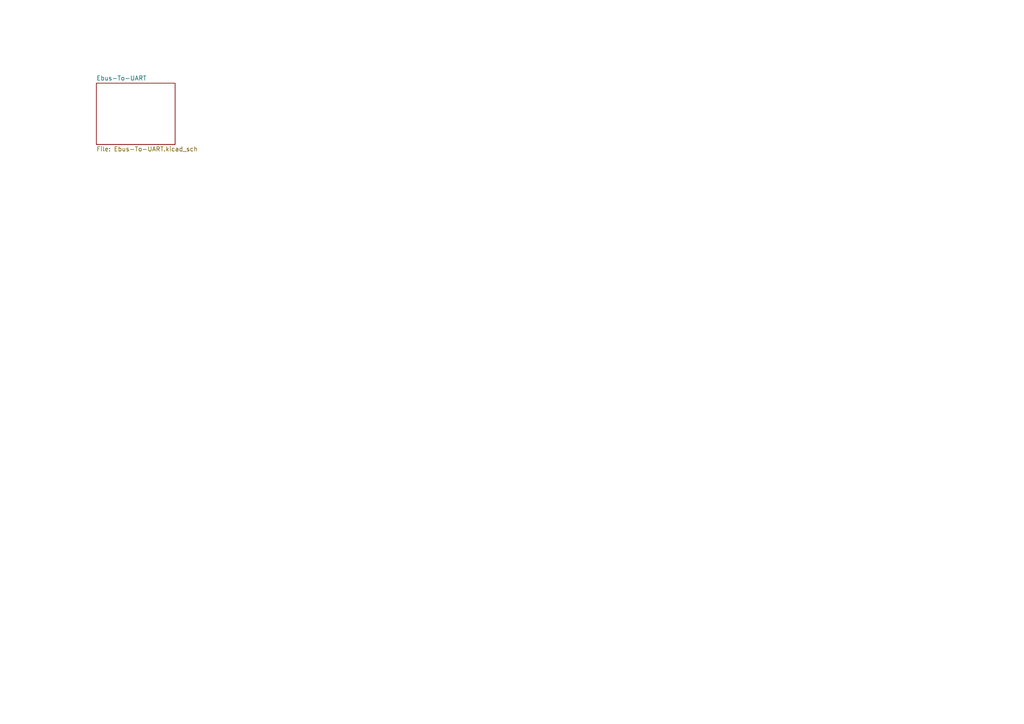
<source format=kicad_sch>
(kicad_sch (version 20230121) (generator eeschema)
  (paper "A4")
  (lib_symbols)
  (sheet (at 27.94 24.13) (size 22.86 17.78) (stroke (width 0.1524))
    (property "Sheetname" "Ebus-To-UART" (at 27.94 23.4184 0) (effects (justify left bottom)))
    (property "Sheetfile" "Ebus-To-UART.kicad_sch" (at 27.94 42.4946 0) (effects (justify left top)))
  )
)
</source>
